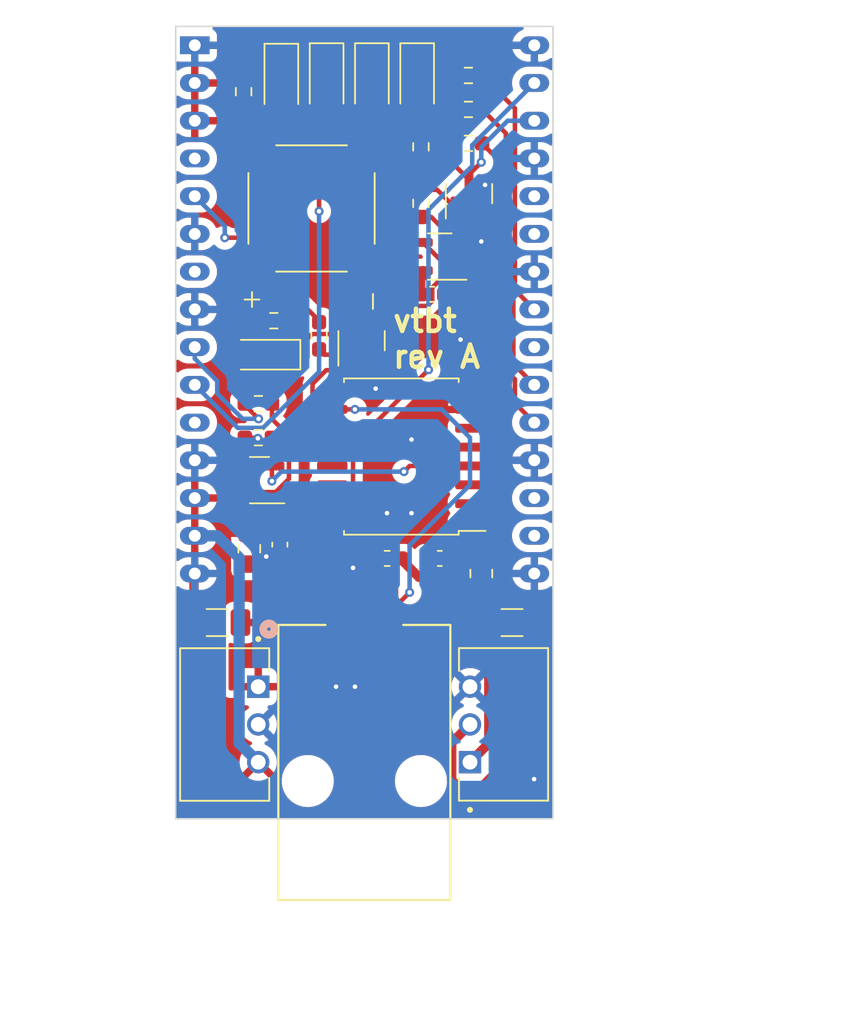
<source format=kicad_pcb>
(kicad_pcb (version 20240108) (generator "pcbnew") (generator_version "8.0")
  (layers (0 "F.Cu" signal) (31 "B.Cu" signal) (34 "B.Paste" user) (35 "F.Paste" user) (36 "B.SilkS" user "B.Silkscreen") (37 "F.SilkS" user "F.Silkscreen") (38 "B.Mask" user) (39 "F.Mask" user) (44 "Edge.Cuts" user))
  (net 0 "")
  (net 1 "Net-(Q3-B)")
  (net 4 "/RS_423_TX")
  (net 6 "Net-(Q1-B)")
  (net 12 "Net-(Q1-E)")
  (net 13 "/TX_ENABLE")
  (net 16 "/TTL_TX")
  (net 19 "+3.3V")
  (net 22 "/RS_423_RX")
  (net 23 "/TTL_RX")
  (net 28 "Net-(D1-K)")
  (net 30 "Net-(D1-A)")
  (net 31 "Net-(Q2-B)")
  (net 32 "/BEEPER")
  (net 33 "/LED0")
  (net 34 "/LED1")
  (net 35 "Net-(PS2-VIN)")
  (net 36 "GND")
  (net 37 "-5V")
  (net 38 "Net-(U3-ROUT)")
  (net 39 "+5V")
  (net 40 "+12V")
  (net 41 "/LED2")
  (net 42 "/LED3")
  (net 43 "Net-(LED0-A)")
  (net 44 "Net-(LED1-A)")
  (net 45 "Net-(LED2-A)")
  (net 46 "Net-(LED3-A)")
  (footprint "Capacitor_SMD:C_0805_2012Metric_Pad1.18x1.45mm_HandSolder" (layer "F.Cu") (at 60.833 158.3475 -90)
    (property "Reference" "C4" (hide yes))
    (property "Value" "22uF/10V")
    (fp_line (start -0.261252 0.735) (end 0.261252 0.735) (stroke (width 0.12)) (layer "F.SilkS"))
    (fp_line (start -0.261252 -0.735) (end 0.261252 -0.735) (stroke (width 0.12)) (layer "F.SilkS"))
    (pad "1" smd roundrect (at -1.0375 0 270) (size 1.175 1.45) (layers "F.Cu" "F.Paste" "F.Mask") (roundrect_rratio 0.212766) (net 39 "+5V"))
    (pad "2" smd roundrect (at 1.0375 0 270) (size 1.175 1.45) (layers "F.Cu" "F.Paste" "F.Mask") (roundrect_rratio 0.212766) (net 36 "GND"))
  )
  (footprint "Resistor_SMD:R_0603_1608Metric_Pad0.98x0.95mm_HandSolder" (layer "F.Cu") (at 61.4445 150.876 180)
    (property "Reference" "R2" (hide yes))
    (property "Value" "220K")
    (fp_line (start -0.254724 0.5225) (end 0.254724 0.5225) (stroke (width 0.12)) (layer "F.SilkS"))
    (fp_line (start -0.254724 -0.5225) (end 0.254724 -0.5225) (stroke (width 0.12)) (layer "F.SilkS"))
    (pad "1" smd roundrect (at -0.9125 0 180) (size 0.975 0.95) (layers "F.Cu" "F.Paste" "F.Mask") (net 12 "Net-(Q1-E)"))
    (pad "2" smd roundrect (at 0.9125 0 180) (size 0.975 0.95) (layers "F.Cu" "F.Paste" "F.Mask") (net 36 "GND"))
  )
  (footprint "Diode_SMD:D_SOD-123" (layer "F.Cu") (at 61.91 145.29025 180)
    (property "Reference" "D1" (hide yes))
    (property "Value" "1N4148")
    (fp_line (start -2.36 1) (end 1.65 1) (stroke (width 0.12)) (layer "F.SilkS"))
    (fp_line (start -2.36 -1) (end 1.65 -1) (stroke (width 0.12)) (layer "F.SilkS"))
    (fp_line (start -2.36 -1) (end -2.36 1) (stroke (width 0.12)) (layer "F.SilkS"))
    (pad "1" smd roundrect (at -1.65 0 180) (size 0.9 1.2) (layers "F.Cu" "F.Paste" "F.Mask") (net 28 "Net-(D1-K)"))
    (pad "2" smd roundrect (at 1.65 0 180) (size 0.9 1.2) (layers "F.Cu" "F.Paste" "F.Mask") (net 30 "Net-(D1-A)"))
  )
  (footprint "Capacitor_SMD:C_1206_3216Metric_Pad1.33x1.80mm_HandSolder" (layer "F.Cu") (at 78.5245 163.322)
    (property "Reference" "C1" (hide yes))
    (property "Value" "10uF/50V")
    (fp_line (start -0.711252 -0.91) (end 0.711252 -0.91) (stroke (width 0.12)) (layer "F.SilkS"))
    (fp_line (start -0.711252 0.91) (end 0.711252 0.91) (stroke (width 0.12)) (layer "F.SilkS"))
    (pad "1" smd roundrect (at -1.5625 0) (size 1.325 1.8) (layers "F.Cu" "F.Paste" "F.Mask") (roundrect_rratio 0.188679) (net 35 "Net-(PS2-VIN)"))
    (pad "2" smd roundrect (at 1.5625 0) (size 1.325 1.8) (layers "F.Cu" "F.Paste" "F.Mask") (roundrect_rratio 0.188679) (net 36 "GND"))
  )
  (footprint "Package_TO_SOT_SMD:SOT-23" (layer "F.Cu") (at 75.626 134.4445 90)
    (property "Reference" "Q3" (hide yes))
    (property "Value" "MMBT4401")
    (fp_line (start 0 -1.56) (end 0.65 -1.56) (stroke (width 0.12)) (layer "F.SilkS"))
    (fp_line (start 0 -1.56) (end -1.675 -1.56) (stroke (width 0.12)) (layer "F.SilkS"))
    (fp_line (start 0 1.56) (end 0.65 1.56) (stroke (width 0.12)) (layer "F.SilkS"))
    (fp_line (start 0 1.56) (end -0.65 1.56) (stroke (width 0.12)) (layer "F.SilkS"))
    (pad "1" smd roundrect (at -0.9375 -0.95 90) (size 1.475 0.6) (layers "F.Cu" "F.Paste" "F.Mask") (net 1 "Net-(Q3-B)"))
    (pad "2" smd roundrect (at -0.9375 0.95 90) (size 1.475 0.6) (layers "F.Cu" "F.Paste" "F.Mask") (net 36 "GND"))
    (pad "3" smd roundrect (at 0.9375 0 90) (size 1.475 0.6) (layers "F.Cu" "F.Paste" "F.Mask") (net 23 "/TTL_RX"))
  )
  (footprint "Resistor_SMD:R_0603_1608Metric_Pad0.98x0.95mm_HandSolder" (layer "F.Cu") (at 72.39 135.1045 90)
    (property "Reference" "R10" (hide yes))
    (property "Value" "10K")
    (fp_line (start -0.254724 -0.5225) (end 0.254724 -0.5225) (stroke (width 0.12)) (layer "F.SilkS"))
    (fp_line (start -0.254724 0.5225) (end 0.254724 0.5225) (stroke (width 0.12)) (layer "F.SilkS"))
    (pad "1" smd roundrect (at -0.9125 0 90) (size 0.975 0.95) (layers "F.Cu" "F.Paste" "F.Mask") (net 38 "Net-(U3-ROUT)"))
    (pad "2" smd roundrect (at 0.9125 0 90) (size 0.975 0.95) (layers "F.Cu" "F.Paste" "F.Mask") (net 1 "Net-(Q3-B)"))
  )
  (footprint "LED_SMD:LED_1206_3216Metric_Pad1.42x1.75mm_HandSolder" (layer "F.Cu") (at 62.992 126.819 -90)
    (property "Reference" "LED0" (hide yes))
    (property "Value" "LED")
    (fp_line (start -2.46 1.135) (end 1.6 1.135) (stroke (width 0.12)) (layer "F.SilkS"))
    (fp_line (start -2.46 -1.135) (end -2.46 1.135) (stroke (width 0.12)) (layer "F.SilkS"))
    (fp_line (start 1.6 -1.135) (end -2.46 -1.135) (stroke (width 0.12)) (layer "F.SilkS"))
    (pad "1" smd roundrect (at -1.4875 0 270) (size 1.425 1.75) (layers "F.Cu" "F.Paste" "F.Mask") (roundrect_rratio 0.175439) (net 36 "GND"))
    (pad "2" smd roundrect (at 1.4875 0 270) (size 1.425 1.75) (layers "F.Cu" "F.Paste" "F.Mask") (roundrect_rratio 0.175439) (net 43 "Net-(LED0-A)"))
  )
  (footprint "Capacitor_SMD:C_0603_1608Metric" (layer "F.Cu") (at 73.152 141.224 180)
    (property "Reference" "C7" (hide yes))
    (property "Value" "0.1uF/10V")
    (fp_line (start -0.14058 0.51) (end 0.14058 0.51) (stroke (width 0.12)) (layer "F.SilkS"))
    (fp_line (start -0.14058 -0.51) (end 0.14058 -0.51) (stroke (width 0.12)) (layer "F.SilkS"))
    (pad "1" smd roundrect (at -0.775 0 180) (size 0.9 0.95) (layers "F.Cu" "F.Paste" "F.Mask") (net 36 "GND"))
    (pad "2" smd roundrect (at 0.775 0 180) (size 0.9 0.95) (layers "F.Cu" "F.Paste" "F.Mask") (net 19 "+3.3V"))
  )
  (footprint "Package_SO:SOIC-16W_7.5x10.3mm_P1.27mm" (layer "F.Cu") (at 71.071 152.146 180)
    (property "Reference" "U2" (hide yes))
    (property "Value" "LT1032CSW-PBF")
    (fp_line (start 3.86 5.26) (end 3.86 5.005) (stroke (width 0.12)) (layer "F.SilkS"))
    (fp_line (start 3.86 -5.26) (end 3.86 -5.005) (stroke (width 0.12)) (layer "F.SilkS"))
    (fp_line (start 0 5.26) (end 3.86 5.26) (stroke (width 0.12)) (layer "F.SilkS"))
    (fp_line (start 0 5.26) (end -3.86 5.26) (stroke (width 0.12)) (layer "F.SilkS"))
    (fp_line (start 0 -5.26) (end 3.86 -5.26) (stroke (width 0.12)) (layer "F.SilkS"))
    (fp_line (start 0 -5.26) (end -3.86 -5.26) (stroke (width 0.12)) (layer "F.SilkS"))
    (fp_line (start -3.86 5.26) (end -3.86 5.005) (stroke (width 0.12)) (layer "F.SilkS"))
    (fp_line (start -3.86 -5.005) (end -5.675 -5.005) (stroke (width 0.12)) (layer "F.SilkS"))
    (fp_line (start -3.86 -5.26) (end -3.86 -5.005) (stroke (width 0.12)) (layer "F.SilkS"))
    (pad "1" smd roundrect (at -4.65 -4.445 180) (size 2.05 0.6) (layers "F.Cu" "F.Paste" "F.Mask") (net 37 "-5V"))
    (pad "2" smd roundrect (at -4.65 -3.175 180) (size 2.05 0.6) (layers "F.Cu" "F.Paste" "F.Mask"))
    (pad "3" smd roundrect (at -4.65 -1.905 180) (size 2.05 0.6) (layers "F.Cu" "F.Paste" "F.Mask"))
    (pad "4" smd roundrect (at -4.65 -0.635 180) (size 2.05 0.6) (layers "F.Cu" "F.Paste" "F.Mask") (net 12 "Net-(Q1-E)"))
    (pad "5" smd roundrect (at -4.65 0.635 180) (size 2.05 0.6) (layers "F.Cu" "F.Paste" "F.Mask"))
    (pad "6" smd roundrect (at -4.65 1.905 180) (size 2.05 0.6) (layers "F.Cu" "F.Paste" "F.Mask"))
    (pad "7" smd roundrect (at -4.65 3.175 180) (size 2.05 0.6) (layers "F.Cu" "F.Paste" "F.Mask") (net 36 "GND"))
    (pad "8" smd roundrect (at -4.65 4.445 180) (size 2.05 0.6) (layers "F.Cu" "F.Paste" "F.Mask"))
    (pad "9" smd roundrect (at 4.65 4.445 180) (size 2.05 0.6) (layers "F.Cu" "F.Paste" "F.Mask"))
    (pad "10" smd roundrect (at 4.65 3.175 180) (size 2.05 0.6) (layers "F.Cu" "F.Paste" "F.Mask") (net 4 "/RS_423_TX"))
    (pad "11" smd roundrect (at 4.65 1.905 180) (size 2.05 0.6) (layers "F.Cu" "F.Paste" "F.Mask") (net 16 "/TTL_TX"))
    (pad "12" smd roundrect (at 4.65 0.635 180) (size 2.05 0.6) (layers "F.Cu" "F.Paste" "F.Mask"))
    (pad "13" smd roundrect (at 4.65 -0.635 180) (size 2.05 0.6) (layers "F.Cu" "F.Paste" "F.Mask"))
    (pad "14" smd roundrect (at 4.65 -1.905 180) (size 2.05 0.6) (layers "F.Cu" "F.Paste" "F.Mask"))
    (pad "15" smd roundrect (at 4.65 -3.175 180) (size 2.05 0.6) (layers "F.Cu" "F.Paste" "F.Mask"))
    (pad "16" smd roundrect (at 4.65 -4.445 180) (size 2.05 0.6) (layers "F.Cu" "F.Paste" "F.Mask") (net 39 "+5V"))
  )
  (footprint "Capacitor_SMD:C_1206_3216Metric_Pad1.33x1.80mm_HandSolder" (layer "F.Cu") (at 58.674 163.322 180)
    (property "Reference" "C3" (hide yes))
    (property "Value" "10uF/50V")
    (fp_line (start -0.711252 0.91) (end 0.711252 0.91) (stroke (width 0.12)) (layer "F.SilkS"))
    (fp_line (start -0.711252 -0.91) (end 0.711252 -0.91) (stroke (width 0.12)) (layer "F.SilkS"))
    (pad "1" smd roundrect (at -1.5625 0 180) (size 1.325 1.8) (layers "F.Cu" "F.Paste" "F.Mask") (roundrect_rratio 0.188679) (net 40 "+12V"))
    (pad "2" smd roundrect (at 1.5625 0 180) (size 1.325 1.8) (layers "F.Cu" "F.Paste" "F.Mask") (roundrect_rratio 0.188679) (net 36 "GND"))
  )
  (footprint "Connector_PinSocket_2.54mm:PinSocket_1x15_P2.54mm_Vertical" (layer "F.Cu") (at 80.035 124.49)
    (property "Reference" "REF**" (hide yes))
    (property "Value" "PinSocket_1x15_P2.54mm_Vertical")
  )
  (footprint "LED_SMD:LED_1206_3216Metric_Pad1.42x1.75mm_HandSolder" (layer "F.Cu") (at 72.136 126.7825 -90)
    (property "Reference" "LED3" (hide yes))
    (property "Value" "LED")
    (fp_line (start -2.46 1.135) (end 1.6 1.135) (stroke (width 0.12)) (layer "F.SilkS"))
    (fp_line (start -2.46 -1.135) (end -2.46 1.135) (stroke (width 0.12)) (layer "F.SilkS"))
    (fp_line (start 1.6 -1.135) (end -2.46 -1.135) (stroke (width 0.12)) (layer "F.SilkS"))
    (pad "1" smd roundrect (at -1.4875 0 270) (size 1.425 1.75) (layers "F.Cu" "F.Paste" "F.Mask") (roundrect_rratio 0.175439) (net 36 "GND"))
    (pad "2" smd roundrect (at 1.4875 0 270) (size 1.425 1.75) (layers "F.Cu" "F.Paste" "F.Mask") (roundrect_rratio 0.175439) (net 46 "Net-(LED3-A)"))
  )
  (footprint "Resistor_SMD:R_0603_1608Metric_Pad0.98x0.95mm_HandSolder" (layer "F.Cu") (at 65.532 144.018 -90)
    (property "Reference" "R4" (hide yes))
    (property "Value" "820")
    (fp_line (start -0.254724 0.5225) (end 0.254724 0.5225) (stroke (width 0.12)) (layer "F.SilkS"))
    (fp_line (start -0.254724 -0.5225) (end 0.254724 -0.5225) (stroke (width 0.12)) (layer "F.SilkS"))
    (pad "1" smd roundrect (at -0.9125 0 270) (size 0.975 0.95) (layers "F.Cu" "F.Paste" "F.Mask") (net 32 "/BEEPER"))
    (pad "2" smd roundrect (at 0.9125 0 270) (size 0.975 0.95) (layers "F.Cu" "F.Paste" "F.Mask") (net 31 "Net-(Q2-B)"))
  )
  (footprint "PXO7805_500_S:CONV_PXO7805-500-S" (layer "F.Cu") (at 61.435 167.64 -90)
    (property "Reference" "PS1" (hide yes))
    (property "Value" "PXO7805-500-S")
    (fp_line (start -2.59 5.26) (end -2.59 -0.74) (stroke (width 0.127)) (layer "F.SilkS"))
    (fp_line (start 7.68 5.26) (end -2.59 5.26) (stroke (width 0.127)) (layer "F.SilkS"))
    (fp_line (start -2.59 -0.74) (end -1.0675 -0.74) (stroke (width 0.127)) (layer "F.SilkS"))
    (fp_line (start 6.1475 -0.74) (end 7.68 -0.74) (stroke (width 0.127)) (layer "F.SilkS"))
    (fp_line (start 7.68 -0.74) (end 7.68 5.26) (stroke (width 0.127)) (layer "F.SilkS"))
    (fp_circle (center -3.21 0) (end -3.11 0) (stroke (width 0.2)) (fill none) (layer "F.SilkS"))
    (pad "1" thru_hole rect (at 0 0 270) (size 1.508 1.508) (drill 1) (layers "*.Cu" "*.Mask") (net 40 "+12V"))
    (pad "2" thru_hole circle (at 2.54 0 270) (size 1.508 1.508) (drill 1) (layers "*.Cu" "*.Mask") (net 36 "GND"))
    (pad "3" thru_hole circle (at 5.08 0 270) (size 1.508 1.508) (drill 1) (layers "*.Cu" "*.Mask") (net 39 "+5V"))
  )
  (footprint "Resistor_SMD:R_0603_1608Metric_Pad0.98x0.95mm_HandSolder" (layer "F.Cu") (at 60.452 127.581 90)
    (property "Reference" "R5" (hide yes))
    (property "Value" "R")
    (fp_line (start -0.254724 -0.5225) (end 0.254724 -0.5225) (stroke (width 0.12)) (layer "F.SilkS"))
    (fp_line (start -0.254724 0.5225) (end 0.254724 0.5225) (stroke (width 0.12)) (layer "F.SilkS"))
    (pad "1" smd roundrect (at -0.9125 0 90) (size 0.975 0.95) (layers "F.Cu" "F.Paste" "F.Mask") (net 33 "/LED0"))
    (pad "2" smd roundrect (at 0.9125 0 90) (size 0.975 0.95) (layers "F.Cu" "F.Paste" "F.Mask") (net 43 "Net-(LED0-A)"))
  )
  (footprint "Resistor_SMD:R_0603_1608Metric_Pad0.98x0.95mm_HandSolder" (layer "F.Cu") (at 61.4445 148.59)
    (property "Reference" "R1" (hide yes))
    (property "Value" "1M")
    (fp_line (start -0.254724 -0.5225) (end 0.254724 -0.5225) (stroke (width 0.12)) (layer "F.SilkS"))
    (fp_line (start -0.254724 0.5225) (end 0.254724 0.5225) (stroke (width 0.12)) (layer "F.SilkS"))
    (pad "1" smd roundrect (at -0.9125 0) (size 0.975 0.95) (layers "F.Cu" "F.Paste" "F.Mask") (net 13 "/TX_ENABLE"))
    (pad "2" smd roundrect (at 0.9125 0) (size 0.975 0.95) (layers "F.Cu" "F.Paste" "F.Mask") (net 6 "Net-(Q1-B)"))
  )
  (footprint "PXO7805_500_S:CONV_PXO7805-500-S" (layer "F.Cu") (at 75.692 172.72 90)
    (property "Reference" "PS2" (hide yes))
    (property "Value" "PXO7805-500-S")
    (fp_line (start 7.68 -0.74) (end 7.68 5.26) (stroke (width 0.127)) (layer "F.SilkS"))
    (fp_line (start 6.1475 -0.74) (end 7.68 -0.74) (stroke (width 0.127)) (layer "F.SilkS"))
    (fp_line (start -2.59 -0.74) (end -1.0675 -0.74) (stroke (width 0.127)) (layer "F.SilkS"))
    (fp_line (start 7.68 5.26) (end -2.59 5.26) (stroke (width 0.127)) (layer "F.SilkS"))
    (fp_line (start -2.59 5.26) (end -2.59 -0.74) (stroke (width 0.127)) (layer "F.SilkS"))
    (fp_circle (center -3.21 0) (end -3.11 0) (stroke (width 0.2)) (fill none) (layer "F.SilkS"))
    (pad "1" thru_hole rect (at 0 0 90) (size 1.508 1.508) (drill 1) (layers "*.Cu" "*.Mask") (net 35 "Net-(PS2-VIN)"))
    (pad "2" thru_hole circle (at 2.54 0 90) (size 1.508 1.508) (drill 1) (layers "*.Cu" "*.Mask") (net 37 "-5V"))
    (pad "3" thru_hole circle (at 5.08 0 90) (size 1.508 1.508) (drill 1) (layers "*.Cu" "*.Mask") (net 36 "GND"))
  )
  (footprint "955016449:CONN_95501-6449_MOL" (layer "F.Cu") (at 68.58 172.738699 180)
    (property "Reference" "J1" (hide yes))
    (property "Value" "955016449")
    (fp_circle (center 6.4262 8.9737) (end 6.8072 8.9737) (stroke (width 0.508)) (fill none) (layer "B.SilkS"))
    (fp_line (start 5.7912 9.2583) (end 5.7912 -9.2583) (stroke (width 0.1524)) (layer "F.SilkS"))
    (fp_line (start 5.7912 -9.2583) (end -5.7912 -9.2583) (stroke (width 0.1524)) (layer "F.SilkS"))
    (fp_line (start 2.61874 9.2583) (end 5.7912 9.2583) (stroke (width 0.1524)) (layer "F.SilkS"))
    (fp_line (start -5.7912 9.2583) (end -2.61874 9.2583) (stroke (width 0.1524)) (layer "F.SilkS"))
    (fp_line (start -5.7912 -9.2583) (end -5.7912 9.2583) (stroke (width 0.1524)) (layer "F.SilkS"))
    (fp_circle (center 6.4262 8.9737) (end 6.8072 8.9737) (stroke (width 0.508)) (fill none) (layer "F.SilkS"))
    (pad "" np_thru_hole circle (at -3.81 -1.251301 270) (size 3.2512 3.2512) (drill 3.2512) (layers "*.Cu" "*.Mask"))
    (pad "" np_thru_hole circle (at 3.81 -1.251301 270) (size 3.2512 3.2512) (drill 3.2512) (layers "*.Cu" "*.Mask"))
    (pad "1" smd rect (at 1.905 8.9737 180) (size 0.762 6.35) (layers "F.Cu" "F.Paste" "F.Mask") (net 22 "/RS_423_RX"))
    (pad "2" smd rect (at 0.635 8.9737 180) (size 0.762 6.35) (layers "F.Cu" "F.Paste" "F.Mask") (net 36 "GND"))
    (pad "3" smd rect (at -0.635 8.9737 180) (size 0.762 6.35) (layers "F.Cu" "F.Paste" "F.Mask") (net 40 "+12V"))
    (pad "4" smd rect (at -1.905 8.9737 180) (size 0.762 6.35) (layers "F.Cu" "F.Paste" "F.Mask") (net 4 "/RS_423_TX"))
  )
  (footprint "LED_SMD:LED_1206_3216Metric_Pad1.42x1.75mm_HandSolder" (layer "F.Cu") (at 69.088 126.7825 -90)
    (property "Reference" "LED2" (hide yes))
    (property "Value" "LED")
    (fp_line (start -2.46 1.135) (end 1.6 1.135) (stroke (width 0.12)) (layer "F.SilkS"))
    (fp_line (start -2.46 -1.135) (end -2.46 1.135) (stroke (width 0.12)) (layer "F.SilkS"))
    (fp_line (start 1.6 -1.135) (end -2.46 -1.135) (stroke (width 0.12)) (layer "F.SilkS"))
    (pad "1" smd roundrect (at -1.4875 0 270) (size 1.425 1.75) (layers "F.Cu" "F.Paste" "F.Mask") (roundrect_rratio 0.175439) (net 36 "GND"))
    (pad "2" smd roundrect (at 1.4875 0 270) (size 1.425 1.75) (layers "F.Cu" "F.Paste" "F.Mask") (roundrect_rratio 0.175439) (net 45 "Net-(LED2-A)"))
  )
  (footprint "Capacitor_SMD:C_0603_1608Metric" (layer "F.Cu") (at 62.8904 158.0766 90)
    (property "Reference" "C6" (hide yes))
    (property "Value" "0.1uF/15V")
    (fp_line (start -0.14058 -0.51) (end 0.14058 -0.51) (stroke (width 0.12)) (layer "F.SilkS"))
    (fp_line (start -0.14058 0.51) (end 0.14058 0.51) (stroke (width 0.12)) (layer "F.SilkS"))
    (pad "1" smd roundrect (at -0.775 0 90) (size 0.9 0.95) (layers "F.Cu" "F.Paste" "F.Mask") (net 36 "GND"))
    (pad "2" smd roundrect (at 0.775 0 90) (size 0.9 0.95) (layers "F.Cu" "F.Paste" "F.Mask") (net 39 "+5V"))
  )
  (footprint "ESP32-C3-DevKitM-1_minimal:ESP32-C3-DevKitM-1_minimal" (layer "F.Cu") (at 57.162 124.46)
    (property "Reference" "U1" (hide yes))
    (property "Value" "ESP32-C3-DevKitM-1" (hide yes))
    (pad "1" thru_hole rect (at 0 0 270) (size 1.2 2) (drill 0.8) (layers "*.Cu" "*.Mask") (net 36 "GND"))
    (pad "2" thru_hole oval (at 0 2.54 270) (size 1.2 2) (drill 0.8) (layers "*.Cu" "*.Mask") (net 19 "+3.3V"))
    (pad "3" thru_hole oval (at 0 5.08 270) (size 1.2 2) (drill 0.8) (layers "*.Cu" "*.Mask") (net 19 "+3.3V"))
    (pad "4" thru_hole oval (at 0 7.62 270) (size 1.2 2) (drill 0.8) (layers "*.Cu" "*.Mask"))
    (pad "5" thru_hole oval (at 0 10.16 270) (size 1.2 2) (drill 0.8) (layers "*.Cu" "*.Mask") (net 32 "/BEEPER"))
    (pad "6" thru_hole oval (at 0 12.7 270) (size 1.2 2) (drill 0.8) (layers "*.Cu" "*.Mask") (net 36 "GND"))
    (pad "7" thru_hole oval (at 0 15.24 270) (size 1.2 2) (drill 0.8) (layers "*.Cu" "*.Mask"))
    (pad "8" thru_hole oval (at 0 17.78 270) (size 1.2 2) (drill 0.8) (layers "*.Cu" "*.Mask") (net 36 "GND"))
    (pad "9" thru_hole oval (at 0 20.32 270) (size 1.2 2) (drill 0.8) (layers "*.Cu" "*.Mask") (net 13 "/TX_ENABLE"))
    (pad "10" thru_hole oval (at 0 22.86 270) (size 1.2 2) (drill 0.8) (layers "*.Cu" "*.Mask") (net 33 "/LED0"))
    (pad "11" thru_hole oval (at 0 25.4 270) (size 1.2 2) (drill 0.8) (layers "*.Cu" "*.Mask"))
    (pad "12" thru_hole oval (at 0 27.94 270) (size 1.2 2) (drill 0.8) (layers "*.Cu" "*.Mask") (net 36 "GND"))
    (pad "13" thru_hole oval (at 0 30.48 270) (size 1.2 2) (drill 0.8) (layers "*.Cu" "*.Mask") (net 39 "+5V"))
    (pad "14" thru_hole oval (at 0 33.02 270) (size 1.2 2) (drill 0.8) (layers "*.Cu" "*.Mask") (net 39 "+5V"))
    (pad "15" thru_hole oval (at 0 35.56 270) (size 1.2 2) (drill 0.8) (layers "*.Cu" "*.Mask") (net 36 "GND"))
    (pad "16" thru_hole oval (at 22.86 35.56 270) (size 1.2 2) (drill 0.8) (layers "*.Cu" "*.Mask") (net 36 "GND"))
    (pad "17" thru_hole oval (at 22.86 33.02 270) (size 1.2 2) (drill 0.8) (layers "*.Cu" "*.Mask"))
    (pad "18" thru_hole oval (at 22.86 30.48 270) (size 1.2 2) (drill 0.8) (layers "*.Cu" "*.Mask"))
    (pad "19" thru_hole oval (at 22.86 27.94 270) (size 1.2 2) (drill 0.8) (layers "*.Cu" "*.Mask") (net 36 "GND"))
    (pad "20" thru_hole oval (at 22.86 25.4 270) (size 1.2 2) (drill 0.8) (layers "*.Cu" "*.Mask") (net 42 "/LED3"))
    (pad "21" thru_hole oval (at 22.86 22.86 270) (size 1.2 2) (drill 0.8) (layers "*.Cu" "*.Mask") (net 41 "/LED2"))
    (pad "22" thru_hole oval (at 22.86 20.32 270) (size 1.2 2) (drill 0.8) (layers "*.Cu" "*.Mask"))
    (pad "23" thru_hole oval (at 22.86 17.78 270) (size 1.2 2) (drill 0.8) (layers "*.Cu" "*.Mask") (net 34 "/LED1"))
    (pad "24" thru_hole oval (at 22.86 15.24 270) (size 1.2 2) (drill 0.8) (layers "*.Cu" "*.Mask") (net 36 "GND"))
    (pad "25" thru_hole oval (at 22.86 12.7 270) (size 1.2 2) (drill 0.8) (layers "*.Cu" "*.Mask"))
    (pad "26" thru_hole oval (at 22.86 10.16 270) (size 1.2 2) (drill 0.8) (layers "*.Cu" "*.Mask"))
    (pad "27" thru_hole oval (at 22.86 7.62 270) (size 1.2 2) (drill 0.8) (layers "*.Cu" "*.Mask") (net 36 "GND"))
    (pad "28" thru_hole oval (at 22.86 5.08 270) (size 1.2 2) (drill 0.8) (layers "*.Cu" "*.Mask") (net 23 "/TTL_RX"))
    (pad "29" thru_hole oval (at 22.86 2.54 270) (size 1.2 2) (drill 0.8) (layers "*.Cu" "*.Mask") (net 16 "/TTL_TX"))
    (pad "30" thru_hole oval (at 22.86 0 270) (size 1.2 2) (drill 0.8) (layers "*.Cu" "*.Mask") (net 36 "GND"))
  )
  (footprint "Resistor_SMD:R_0603_1608Metric_Pad0.98x0.95mm_HandSolder" (layer "F.Cu") (at 62.484 143.002)
    (property "Reference" "R3" (hide yes))
    (property "Value" "100")
    (fp_line (start -0.254724 -0.5225) (end 0.254724 -0.5225) (stroke (width 0.12)) (layer "F.SilkS"))
    (fp_line (start -0.254724 0.5225) (end 0.254724 0.5225) (stroke (width 0.12)) (layer "F.SilkS"))
    (pad "1" smd roundrect (at -0.9125 0) (size 0.975 0.95) (layers "F.Cu" "F.Paste" "F.Mask") (net 39 "+5V"))
    (pad "2" smd roundrect (at 0.9125 0) (size 0.975 0.95) (layers "F.Cu" "F.Paste" "F.Mask") (net 28 "Net-(D1-K)"))
  )
  (footprint "Resistor_SMD:R_0603_1608Metric_Pad0.98x0.95mm_HandSolder" (layer "F.Cu") (at 72.39 131.2945 90)
    (property "Reference" "R9" (hide yes))
    (property "Value" "1K")
    (fp_line (start -0.254724 -0.5225) (end 0.254724 -0.5225) (stroke (width 0.12)) (layer "F.SilkS"))
    (fp_line (start -0.254724 0.5225) (end 0.254724 0.5225) (stroke (width 0.12)) (layer "F.SilkS"))
    (pad "1" smd roundrect (at -0.9125 0 90) (size 0.975 0.95) (layers "F.Cu" "F.Paste" "F.Mask") (net 23 "/TTL_RX"))
    (pad "2" smd roundrect (at 0.9125 0 90) (size 0.975 0.95) (layers "F.Cu" "F.Paste" "F.Mask") (net 19 "+3.3V"))
  )
  (footprint "Resistor_SMD:R_0603_1608Metric_Pad0.98x0.95mm_HandSolder" (layer "F.Cu") (at 75.5885 126.492 180)
    (property "Reference" "R8" (hide yes))
    (property "Value" "R")
    (fp_line (start -0.254724 0.5225) (end 0.254724 0.5225) (stroke (width 0.12)) (layer "F.SilkS"))
    (fp_line (start -0.254724 -0.5225) (end 0.254724 -0.5225) (stroke (width 0.12)) (layer "F.SilkS"))
    (pad "1" smd roundrect (at -0.9125 0 180) (size 0.975 0.95) (layers "F.Cu" "F.Paste" "F.Mask") (net 34 "/LED1"))
    (pad "2" smd roundrect (at 0.9125 0 180) (size 0.975 0.95) (layers "F.Cu" "F.Paste" "F.Mask") (net 44 "Net-(LED1-A)"))
  )
  (footprint "SMT_0820_S_R:XDCR_SMT-0820-S-R" (layer "F.Cu") (at 65.024 135.44575 90)
    (property "Reference" "LS1" (hide yes))
    (property "Value" "SMT-0820-S-R")
    (fp_line (start -6.131 -4.508) (end -6.131 -3.508) (stroke (width 0.127)) (layer "F.SilkS"))
    (fp_line (start -2.38 -4.25) (end 2.38 -4.25) (stroke (width 0.127)) (layer "F.SilkS"))
    (fp_line (start -6.631 -4.008) (end -5.631 -4.008) (stroke (width 0.127)) (layer "F.SilkS"))
    (fp_line (start 4.25 -2.38) (end 4.25 2.38) (stroke (width 0.127)) (layer "F.SilkS"))
    (fp_line (start -4.25 -2.38) (end -4.25 2.38) (stroke (width 0.127)) (layer "F.SilkS"))
    (fp_line (start -6.758 4.135) (end -5.758 4.135) (stroke (width 0.127)) (layer "F.SilkS"))
    (fp_line (start -2.38 4.25) (end 2.38 4.25) (stroke (width 0.127)) (layer "F.SilkS"))
    (pad "3" smd rect (at 3.95 3.95 90) (size 2.4 2.4) (layers "F.Cu" "F.Paste" "F.Mask"))
    (pad "4" smd rect (at 3.95 -3.95 90) (size 2.4 2.4) (layers "F.Cu" "F.Paste" "F.Mask"))
    (pad "N" smd rect (at -3.95 3.95 90) (size 2.4 2.4) (layers "F.Cu" "F.Paste" "F.Mask") (net 30 "Net-(D1-A)"))
    (pad "P" smd rect (at -3.95 -3.95 90) (size 2.4 2.4) (layers "F.Cu" "F.Paste" "F.Mask") (net 28 "Net-(D1-K)"))
  )
  (footprint "Package_TO_SOT_SMD:SOT-23" (layer "F.Cu") (at 68.392 144.3505 90)
    (property "Reference" "Q2" (hide yes))
    (property "Value" "MMBT4401")
    (fp_line (start 0 -1.56) (end 0.65 -1.56) (stroke (width 0.12)) (layer "F.SilkS"))
    (fp_line (start 0 -1.56) (end -1.675 -1.56) (stroke (width 0.12)) (layer "F.SilkS"))
    (fp_line (start 0 1.56) (end 0.65 1.56) (stroke (width 0.12)) (layer "F.SilkS"))
    (fp_line (start 0 1.56) (end -0.65 1.56) (stroke (width 0.12)) (layer "F.SilkS"))
    (pad "1" smd roundrect (at -0.9375 -0.95 90) (size 1.475 0.6) (layers "F.Cu" "F.Paste" "F.Mask") (net 31 "Net-(Q2-B)"))
    (pad "2" smd roundrect (at -0.9375 0.95 90) (size 1.475 0.6) (layers "F.Cu" "F.Paste" "F.Mask") (net 36 "GND"))
    (pad "3" smd roundrect (at 0.9375 0 90) (size 1.475 0.6) (layers "F.Cu" "F.Paste" "F.Mask") (net 30 "Net-(D1-A)"))
  )
  (footprint "Package_TO_SOT_SMD:SOT-23-5" (layer "F.Cu") (at 73.66 138.684 180)
    (property "Reference" "U3" (hide yes))
    (property "Value" "MAX3183EEUK+T")
    (fp_line (start 0 1.56) (end 0.8 1.56) (stroke (width 0.12)) (layer "F.SilkS"))
    (fp_line (start 0 1.56) (end -0.8 1.56) (stroke (width 0.12)) (layer "F.SilkS"))
    (fp_line (start 0 -1.56) (end 0.8 -1.56) (stroke (width 0.12)) (layer "F.SilkS"))
    (fp_line (start 0 -1.56) (end -1.8 -1.56) (stroke (width 0.12)) (layer "F.SilkS"))
    (pad "1" smd roundrect (at -1.1375 -0.95 180) (size 1.325 0.6) (layers "F.Cu" "F.Paste" "F.Mask"))
    (pad "2" smd roundrect (at -1.1375 0 180) (size 1.325 0.6) (layers "F.Cu" "F.Paste" "F.Mask") (net 36 "GND"))
    (pad "3" smd roundrect (at -1.1375 0.95 180) (size 1.325 0.6) (layers "F.Cu" "F.Paste" "F.Mask") (net 38 "Net-(U3-ROUT)"))
    (pad "4" smd roundrect (at 1.1375 0.95 180) (size 1.325 0.6) (layers "F.Cu" "F.Paste" "F.Mask") (net 22 "/RS_423_RX"))
    (pad "5" smd roundrect (at 1.1375 -0.95 180) (size 1.325 0.6) (layers "F.Cu" "F.Paste" "F.Mask") (net 19 "+3.3V"))
  )
  (footprint "Resistor_SMD:R_0603_1608Metric_Pad0.98x0.95mm_HandSolder" (layer "F.Cu") (at 75.5885 131.064 180)
    (property "Reference" "R6" (hide yes))
    (property "Value" "R")
    (fp_line (start -0.254724 0.5225) (end 0.254724 0.5225) (stroke (width 0.12)) (layer "F.SilkS"))
    (fp_line (start -0.254724 -0.5225) (end 0.254724 -0.5225) (stroke (width 0.12)) (layer "F.SilkS"))
    (pad "1" smd roundrect (at -0.9125 0 180) (size 0.975 0.95) (layers "F.Cu" "F.Paste" "F.Mask") (net 42 "/LED3"))
    (pad "2" smd roundrect (at 0.9125 0 180) (size 0.975 0.95) (layers "F.Cu" "F.Paste" "F.Mask") (net 46 "Net-(LED3-A)"))
  )
  (footprint "Connector_PinSocket_2.54mm:PinSocket_1x15_P2.54mm_Vertical" (layer "F.Cu") (at 57.15 124.46)
    (property "Reference" "REF**" (hide yes))
    (property "Value" "PinSocket_1x15_P2.54mm_Vertical")
  )
  (footprint "LED_SMD:LED_1206_3216Metric_Pad1.42x1.75mm_HandSolder" (layer "F.Cu") (at 66.04 126.7825 -90)
    (property "Reference" "LED1" (hide yes))
    (property "Value" "LED")
    (fp_line (start -2.46 1.135) (end 1.6 1.135) (stroke (width 0.12)) (layer "F.SilkS"))
    (fp_line (start -2.46 -1.135) (end -2.46 1.135) (stroke (width 0.12)) (layer "F.SilkS"))
    (fp_line (start 1.6 -1.135) (end -2.46 -1.135) (stroke (width 0.12)) (layer "F.SilkS"))
    (pad "1" smd roundrect (at -1.4875 0 270) (size 1.425 1.75) (layers "F.Cu" "F.Paste" "F.Mask") (roundrect_rratio 0.175439) (net 36 "GND"))
    (pad "2" smd roundrect (at 1.4875 0 270) (size 1.425 1.75) (layers "F.Cu" "F.Paste" "F.Mask") (roundrect_rratio 0.175439) (net 44 "Net-(LED1-A)"))
  )
  (footprint "Capacitor_SMD:C_0603_1608Metric" (layer "F.Cu") (at 73.66 159.004)
    (property "Reference" "C5" (hide yes))
    (property "Value" "0.1uF/15V")
    (fp_line (start -0.14058 -0.51) (end 0.14058 -0.51) (stroke (width 0.12)) (layer "F.SilkS"))
    (fp_line (start -0.14058 0.51) (end 0.14058 0.51) (stroke (width 0.12)) (layer "F.SilkS"))
    (pad "1" smd roundrect (at -0.775 0) (size 0.9 0.95) (layers "F.Cu" "F.Paste" "F.Mask") (net 36 "GND"))
    (pad "2" smd roundrect (at 0.775 0) (size 0.9 0.95) (layers "F.Cu" "F.Paste" "F.Mask") (net 37 "-5V"))
  )
  (footprint "Capacitor_SMD:C_0805_2012Metric_Pad1.18x1.45mm_HandSolder" (layer "F.Cu") (at 76.454 160.02 90)
    (property "Reference" "C2" (hide yes))
    (property "Value" "22uF/10V")
    (fp_line (start -0.261252 -0.735) (end 0.261252 -0.735) (stroke (width 0.12)) (layer "F.SilkS"))
    (fp_line (start -0.261252 0.735) (end 0.261252 0.735) (stroke (width 0.12)) (layer "F.SilkS"))
    (pad "1" smd roundrect (at -1.0375 0 90) (size 1.175 1.45) (layers "F.Cu" "F.Paste" "F.Mask") (roundrect_rratio 0.212766) (net 37 "-5V"))
    (pad "2" smd roundrect (at 1.0375 0 90) (size 1.175 1.45) (layers "F.Cu" "F.Paste" "F.Mask") (roundrect_rratio 0.212766) (net 36 "GND"))
  )
  (footprint "Package_TO_SOT_SMD:SOT-23" (layer "F.Cu") (at 61.523 153.736 180)
    (property "Reference" "Q1" (hide yes))
    (property "Value" "MMBT4401")
    (fp_line (start 0 1.56) (end 0.65 1.56) (stroke (width 0.12)) (layer "F.SilkS"))
    (fp_line (start 0 1.56) (end -0.65 1.56) (stroke (width 0.12)) (layer "F.SilkS"))
    (fp_line (start 0 -1.56) (end 0.65 -1.56) (stroke (width 0.12)) (layer "F.SilkS"))
    (fp_line (start 0 -1.56) (end -1.675 -1.56) (stroke (width 0.12)) (layer "F.SilkS"))
    (pad "1" smd roundrect (at -0.9375 -0.95 180) (size 1.475 0.6) (layers "F.Cu" "F.Paste" "F.Mask") (net 6 "Net-(Q1-B)"))
    (pad "2" smd roundrect (at -0.9375 0.95 180) (size 1.475 0.6) (layers "F.Cu" "F.Paste" "F.Mask") (net 12 "Net-(Q1-E)"))
    (pad "3" smd roundrect (at 0.9375 0 180) (size 1.475 0.6) (layers "F.Cu" "F.Paste" "F.Mask") (net 39 "+5V"))
  )
  (footprint "Resistor_SMD:R_0603_1608Metric_Pad0.98x0.95mm_HandSolder" (layer "F.Cu") (at 75.5885 128.778 180)
    (property "Reference" "R7" (hide yes))
    (property "Value" "R")
    (fp_line (start -0.254724 0.5225) (end 0.254724 0.5225) (stroke (width 0.12)) (layer "F.SilkS"))
    (fp_line (start -0.254724 -0.5225) (end 0.254724 -0.5225) (stroke (width 0.12)) (layer "F.SilkS"))
    (pad "1" smd roundrect (at -0.9125 0 180) (size 0.975 0.95) (layers "F.Cu" "F.Paste" "F.Mask") (net 41 "/LED2"))
    (pad "2" smd roundrect (at 0.9125 0 180) (size 0.975 0.95) (layers "F.Cu" "F.Paste" "F.Mask") (net 45 "Net-(LED2-A)"))
  )
  (footprint "Inductor_SMD:L_0603_1608Metric_Pad1.05x0.95mm_HandSolder" (layer "F.Cu") (at 70.118 159.004)
    (property "Reference" "L1" (hide yes))
    (property "Value" "10uH")
    (fp_line (start -0.171267 -0.51) (end 0.171267 -0.51) (stroke (width 0.12)) (layer "F.SilkS"))
    (fp_line (start -0.171267 0.51) (end 0.171267 0.51) (stroke (width 0.12)) (layer "F.SilkS"))
    (pad "1" smd roundrect (at -0.875 0) (size 1.05 0.95) (layers "F.Cu" "F.Paste" "F.Mask") (net 40 "+12V"))
    (pad "2" smd roundrect (at 0.875 0) (size 1.05 0.95) (layers "F.Cu" "F.Paste" "F.Mask") (net 35 "Net-(PS2-VIN)"))
  )
  (gr_rect (start 55.88 123.19) (end 81.28 176.53) (stroke (width 0.1)) (fill none) (layer "Edge.Cuts"))
  (gr_text "vtbt\nrev A" (at 70.358 146.304 0) (layer "F.SilkS") (effects (font (size 1.5 1.5) (thickness 0.3) (bold yes)) (justify left bottom)))
  (segment (start 72.39 134.192) (end 73.486 134.192) (width 0.3048) (layer "F.Cu") (net 1))
  (segment (start 73.486 134.192) (end 74.676 135.382) (width 0.3048) (layer "F.Cu") (net 1))
  (segment (start 66.421 148.971) (end 67.945 148.971) (width 0.3048) (layer "F.Cu") (net 4))
  (segment (start 70.485 163.764999) (end 70.485 162.433) (width 0.3048) (layer "F.Cu") (net 4))
  (segment (start 70.485 162.433) (end 71.628 161.29) (width 0.3048) (layer "F.Cu") (net 4))
  (via (at 71.628 161.29) (size 0.6096) (drill 0.3048) (layers "F.Cu" "B.Cu") (net 4))
  (via (at 67.945 148.971) (size 0.6096) (drill 0.3048) (layers "F.Cu" "B.Cu") (net 4))
  (segment (start 73.787 148.971) (end 67.945 148.971) (width 0.3048) (layer "B.Cu") (net 4))
  (segment (start 75.692 150.876) (end 73.787 148.971) (width 0.3048) (layer "B.Cu") (net 4))
  (segment (start 71.628 161.29) (end 71.628 158.115) (width 0.3048) (layer "B.Cu") (net 4))
  (segment (start 71.628 158.115) (end 75.692 154.051) (width 0.3048) (layer "B.Cu") (net 4))
  (segment (start 75.692 154.051) (end 75.692 150.876) (width 0.3048) (layer "B.Cu") (net 4))
  (segment (start 62.357 148.59) (end 62.357 149.614992) (width 0.3048) (layer "F.Cu") (net 6))
  (segment (start 63.5028 153.6437) (end 62.4605 154.686) (width 0.3048) (layer "F.Cu") (net 6))
  (segment (start 63.5028 150.760792) (end 63.5028 153.6437) (width 0.3048) (layer "F.Cu") (net 6))
  (segment (start 62.357 149.614992) (end 63.5028 150.760792) (width 0.3048) (layer "F.Cu") (net 6))
  (segment (start 62.4605 150.9795) (end 62.357 150.876) (width 0.3048) (layer "F.Cu") (net 12))
  (segment (start 71.247 153.162) (end 71.628 152.781) (width 0.3048) (layer "F.Cu") (net 12))
  (segment (start 62.4605 152.786) (end 62.4605 150.9795) (width 0.3048) (layer "F.Cu") (net 12))
  (segment (start 62.357 153.797) (end 62.357 152.8895) (width 0.3048) (layer "F.Cu") (net 12))
  (segment (start 62.357 152.8895) (end 62.4605 152.786) (width 0.3048) (layer "F.Cu") (net 12))
  (segment (start 71.628 152.781) (end 75.721 152.781) (width 0.3048) (layer "F.Cu") (net 12))
  (via (at 62.357 153.797) (size 0.6096) (drill 0.3048) (layers "F.Cu" "B.Cu") (net 12))
  (via (at 71.247 153.162) (size 0.6096) (drill 0.3048) (layers "F.Cu" "B.Cu") (net 12))
  (segment (start 71.247 153.162) (end 62.992 153.162) (width 0.3048) (layer "B.Cu") (net 12))
  (segment (start 62.992 153.162) (end 62.357 153.797) (width 0.3048) (layer "B.Cu") (net 12))
  (segment (start 60.532 148.59) (end 60.532 148.68035) (width 0.3048) (layer "F.Cu") (net 13))
  (segment (start 60.532 148.68035) (end 61.45765 149.606) (width 0.3048) (layer "F.Cu") (net 13))
  (via (at 61.45765 149.606) (size 0.6096) (drill 0.3048) (layers "F.Cu" "B.Cu") (net 13))
  (segment (start 61.45765 149.606) (end 60.37802 149.606) (width 0.3048) (layer "B.Cu") (net 13))
  (segment (start 57.162 145.554) (end 57.162 144.78) (width 0.3048) (layer "B.Cu") (net 13))
  (segment (start 60.37802 149.606) (end 58.674 147.90198) (width 0.3048) (layer "B.Cu") (net 13))
  (segment (start 58.674 147.90198) (end 58.674 147.066) (width 0.3048) (layer "B.Cu") (net 13))
  (segment (start 58.674 147.066) (end 57.162 145.554) (width 0.3048) (layer "B.Cu") (net 13))
  (segment (start 72.898 146.304) (end 68.961 150.241) (width 0.3048) (layer "F.Cu") (net 16))
  (segment (start 68.961 150.241) (end 66.421 150.241) (width 0.3048) (layer "F.Cu") (net 16))
  (via (at 72.898 146.304) (size 0.6096) (drill 0.3048) (layers "F.Cu" "B.Cu") (net 16))
  (segment (start 80.022 127) (end 75.8444 131.1776) (width 0.3048) (layer "B.Cu") (net 16))
  (segment (start 72.898 135.532905) (end 72.898 146.304) (width 0.3048) (layer "B.Cu") (net 16))
  (segment (start 75.8444 131.1776) (end 75.8444 132.586505) (width 0.3048) (layer "B.Cu") (net 16))
  (segment (start 75.8444 132.586505) (end 72.898 135.532905) (width 0.3048) (layer "B.Cu") (net 16))
  (segment (start 72.377 139.7795) (end 72.5225 139.634) (width 0.635) (layer "F.Cu") (net 19))
  (segment (start 72.377 141.224) (end 72.377 139.7795) (width 0.635) (layer "F.Cu") (net 19))
  (segment (start 69.088 144.157158) (end 68.0468 145.198358) (width 0.3048) (layer "F.Cu") (net 22))
  (segment (start 66.0137 146.3303) (end 65.0912 147.2528) (width 0.3048) (layer "F.Cu") (net 22))
  (segment (start 67.639458 150.8458) (end 67.818 151.024342) (width 0.3048) (layer "F.Cu") (net 22))
  (segment (start 70.104 141.986) (end 69.088 143.002) (width 0.3048) (layer "F.Cu") (net 22))
  (segment (start 65.0912 147.2528) (end 65.0912 150.583542) (width 0.3048) (layer "F.Cu") (net 22))
  (segment (start 67.784542 146.3303) (end 66.0137 146.3303) (width 0.3048) (layer "F.Cu") (net 22))
  (segment (start 67.818 151.024342) (end 67.818 156.972) (width 0.3048) (layer "F.Cu") (net 22))
  (segment (start 65.0912 150.583542) (end 65.353458 150.8458) (width 0.3048) (layer "F.Cu") (net 22))
  (segment (start 66.675 158.115) (end 66.675 163.764999) (width 0.3048) (layer "F.Cu") (net 22))
  (segment (start 72.827684 142.0038) (end 70.1218 142.0038) (width 0.3048) (layer "F.Cu") (net 22))
  (segment (start 73.8302 139.0417) (end 73.8302 140.090316) (width 0.3048) (layer "F.Cu") (net 22))
  (segment (start 70.1218 142.0038) (end 70.104 141.986) (width 0.3048) (layer "F.Cu") (net 22))
  (segment (start 73.152 140.768516) (end 73.152 141.679484) (width 0.3048) (layer "F.Cu") (net 22))
  (segment (start 68.0468 145.198358) (end 68.0468 146.068042) (width 0.3048) (layer "F.Cu") (net 22))
  (segment (start 72.5225 137.734) (end 73.8302 139.0417) (width 0.3048) (layer "F.Cu") (net 22))
  (segment (start 65.353458 150.8458) (end 67.639458 150.8458) (width 0.3048) (layer "F.Cu") (net 22))
  (segment (start 69.088 143.002) (end 69.088 144.157158) (width 0.3048) (layer "F.Cu") (net 22))
  (segment (start 73.152 141.679484) (end 72.827684 142.0038) (width 0.3048) (layer "F.Cu") (net 22))
  (segment (start 73.8302 140.090316) (end 73.152 140.768516) (width 0.3048) (layer "F.Cu") (net 22))
  (segment (start 67.818 156.972) (end 66.675 158.115) (width 0.3048) (layer "F.Cu") (net 22))
  (segment (start 68.0468 146.068042) (end 67.784542 146.3303) (width 0.3048) (layer "F.Cu") (net 22))
  (segment (start 75.626 133.162) (end 76.454 132.334) (width 0.3048) (layer "F.Cu") (net 23))
  (segment (start 75.626 133.507) (end 75.626 133.162) (width 0.3048) (layer "F.Cu") (net 23))
  (segment (start 72.39 132.207) (end 74.326 132.207) (width 0.3048) (layer "F.Cu") (net 23))
  (segment (start 74.326 132.207) (end 75.626 133.507) (width 0.3048) (layer "F.Cu") (net 23))
  (via (at 76.454 132.334) (size 0.6096) (drill 0.3048) (layers "F.Cu" "B.Cu") (net 23))
  (segment (start 76.454 131.318) (end 78.232 129.54) (width 0.3048) (layer "B.Cu") (net 23))
  (segment (start 78.232 129.54) (end 80.022 129.54) (width 0.3048) (layer "B.Cu") (net 23))
  (segment (start 76.454 132.334) (end 76.454 131.318) (width 0.3048) (layer "B.Cu") (net 23))
  (segment (start 63.3965 143.002) (end 63.3965 141.71825) (width 0.3048) (layer "F.Cu") (net 28))
  (segment (start 63.56 145.29025) (end 63.56 143.1655) (width 0.3048) (layer "F.Cu") (net 28))
  (segment (start 63.3965 141.71825) (end 61.074 139.39575) (width 0.3048) (layer "F.Cu") (net 28))
  (segment (start 63.56 143.1655) (end 63.3965 143.002) (width 0.3048) (layer "F.Cu") (net 28))
  (segment (start 68.392 143.413) (end 68.392 139.97775) (width 0.3048) (layer "F.Cu") (net 30))
  (segment (start 64.7522 144.208892) (end 65.063292 143.8978) (width 0.3048) (layer "F.Cu") (net 30))
  (segment (start 63.109316 146.19505) (end 64.010684 146.19505) (width 0.3048) (layer "F.Cu") (net 30))
  (segment (start 67.9072 143.8978) (end 68.392 143.413) (width 0.3048) (layer "F.Cu") (net 30))
  (segment (start 64.7522 145.453534) (end 64.7522 144.208892) (width 0.3048) (layer "F.Cu") (net 30))
  (segment (start 64.010684 146.19505) (end 64.7522 145.453534) (width 0.3048) (layer "F.Cu") (net 30))
  (segment (start 60.26 145.29025) (end 62.204516 145.29025) (width 0.3048) (layer "F.Cu") (net 30))
  (segment (start 65.063292 143.8978) (end 67.9072 143.8978) (width 0.3048) (layer "F.Cu") (net 30))
  (segment (start 62.204516 145.29025) (end 63.109316 146.19505) (width 0.3048) (layer "F.Cu") (net 30))
  (segment (start 68.392 139.97775) (end 68.974 139.39575) (width 0.3048) (layer "F.Cu") (net 30))
  (segment (start 67.442 145.288) (end 65.8895 145.288) (width 0.3048) (layer "F.Cu") (net 31))
  (segment (start 65.8895 145.288) (end 65.532 144.9305) (width 0.3048) (layer "F.Cu") (net 31))
  (segment (start 62.738 138.05015) (end 62.10185 137.414) (width 0.3048) (layer "F.Cu") (net 32))
  (segment (start 62.10185 137.414) (end 59.182 137.414) (width 0.3048) (layer "F.Cu") (net 32))
  (segment (start 65.532 143.1055) (end 65.532 143.002) (width 0.3048) (layer "F.Cu") (net 32))
  (segment (start 62.738 140.208) (end 62.738 138.05015) (width 0.3048) (layer "F.Cu") (net 32))
  (segment (start 65.532 143.002) (end 62.738 140.208) (width 0.3048) (layer "F.Cu") (net 32))
  (via (at 59.182 137.414) (size 0.6096) (drill 0.3048) (layers "F.Cu" "B.Cu") (net 32))
  (segment (start 59.182 137.414) (end 59.182 136.64) (width 0.3048) (layer "B.Cu") (net 32))
  (segment (start 59.182 136.64) (end 57.162 134.62) (width 0.3048) (layer "B.Cu") (net 32))
  (segment (start 61.08135 128.4935) (end 60.452 128.4935) (width 0.3048) (layer "F.Cu") (net 33))
  (segment (start 65.532 135.636) (end 65.532 132.94415) (width 0.3048) (layer "F.Cu") (net 33))
  (segment (start 65.532 132.94415) (end 61.08135 128.4935) (width 0.3048) (layer "F.Cu") (net 33))
  (via (at 65.532 135.636) (size 0.6096) (drill 0.3048) (layers "F.Cu" "B.Cu") (net 33))
  (segment (start 57.162 147.32) (end 60.0576 150.2156) (width 0.3048) (layer "B.Cu") (net 33))
  (segment (start 61.75638 150.2156) (end 65.532 146.43998) (width 0.3048) (layer "B.Cu") (net 33))
  (segment (start 65.532 146.43998) (end 65.532 135.636) (width 0.3048) (layer "B.Cu") (net 33))
  (segment (start 60.0576 150.2156) (end 61.75638 150.2156) (width 0.3048) (layer "B.Cu") (net 33))
  (segment (start 78.7172 128.7082) (end 76.501 126.492) (width 0.3048) (layer "F.Cu") (net 34))
  (segment (start 80.022 142.24) (end 78.7172 140.9352) (width 0.3048) (layer "F.Cu") (net 34))
  (segment (start 78.7172 140.9352) (end 78.7172 128.7082) (width 0.3048) (layer "F.Cu") (net 34))
  (segment (start 72.263 160.274) (end 70.993 159.004) (width 0.635) (layer "F.Cu") (net 35))
  (segment (start 75.692 172.72) (end 76.962 171.45) (width 0.635) (layer "F.Cu") (net 35))
  (segment (start 73.2515 160.274) (end 72.263 160.274) (width 0.635) (layer "F.Cu") (net 35))
  (segment (start 76.962 163.322) (end 76.2995 163.322) (width 0.635) (layer "F.Cu") (net 35))
  (segment (start 76.2995 163.322) (end 73.2515 160.274) (width 0.635) (layer "F.Cu") (net 35))
  (segment (start 76.962 171.45) (end 76.962 163.322) (width 0.635) (layer "F.Cu") (net 35))
  (segment (start 67.945 163.764999) (end 67.945 167.64) (width 0.762) (layer "F.Cu") (net 36))
  (segment (start 57.1115 160.0705) (end 57.162 160.02) (width 0.635) (layer "F.Cu") (net 36))
  (segment (start 61.3664 158.8516) (end 60.833 159.385) (width 0.508) (layer "F.Cu") (net 36))
  (segment (start 62.8904 158.8516) (end 61.3664 158.8516) (width 0.508) (layer "F.Cu") (net 36))
  (segment (start 57.1115 163.322) (end 57.1115 160.0705) (width 0.635) (layer "F.Cu") (net 36))
  (segment (start 60.532 150.876) (end 61.369824 150.876) (width 0.3048) (layer "F.Cu") (net 36))
  (segment (start 61.369824 150.876) (end 61.4123 150.918476) (width 0.3048) (layer "F.Cu") (net 36))
  (segment (start 67.945 167.64) (end 66.675 167.64) (width 0.762) (layer "F.Cu") (net 36))
  (via (at 69.342 147.574) (size 0.6096) (drill 0.3048) (layers "F.Cu" "B.Cu") (net 36))
  (via (at 66.675 167.64) (size 0.6096) (drill 0.3048) (layers "F.Cu" "B.Cu") (net 36))
  (via (at 71.755 155.956) (size 0.6096) (drill 0.3048) (layers "F.Cu" "B.Cu") (net 36))
  (via (at 61.4123 150.918476) (size 0.6096) (drill 0.3048) (layers "F.Cu" "B.Cu") (net 36))
  (via (at 75.057 144.272) (size 0.6096) (drill 0.3048) (layers "F.Cu" "B.Cu") (net 36))
  (via (at 76.454 137.668) (size 0.6096) (drill 0.3048) (layers "F.Cu" "B.Cu") (net 36))
  (via (at 70.104 155.956) (size 0.6096) (drill 0.3048) (layers "F.Cu" "B.Cu") (net 36))
  (via (at 71.755 151.003) (size 0.6096) (drill 0.3048) (layers "F.Cu" "B.Cu") (net 36))
  (via (at 61.976 158.877) (size 0.6096) (drill 0.3048) (layers "F.Cu" "B.Cu") (net 36))
  (via (at 67.818 159.639) (size 0.6096) (drill 0.3048) (layers "F.Cu" "B.Cu") (net 36))
  (via (at 76.708 133.858) (size 0.6096) (drill 0.3048) (layers "F.Cu" "B.Cu") (net 36))
  (via (at 67.945 167.64) (size 0.6096) (drill 0.3048) (layers "F.Cu" "B.Cu") (net 36))
  (via (at 80.01 173.863) (size 0.6096) (drill 0.3048) (layers "F.Cu" "B.Cu") (net 36))
  (segment (start 74.4601 171.4119) (end 74.4601 173.9359) (width 0.635) (layer "F.Cu") (net 37))
  (segment (start 75.0222 174.498) (end 76.3618 174.498) (width 0.635) (layer "F.Cu") (net 37))
  (segment (start 76.3618 174.498) (end 78.232 172.6278) (width 0.635) (layer "F.Cu") (net 37))
  (segment (start 78.232 172.6278) (end 78.232 162.1105) (width 0.635) (layer "F.Cu") (net 37))
  (segment (start 77.179 161.0575) (end 76.454 161.0575) (width 0.635) (layer "F.Cu") (net 37))
  (segment (start 76.454 161.023) (end 74.435 159.004) (width 0.635) (layer "F.Cu") (net 37))
  (segment (start 74.435 159.004) (end 74.435 157.877) (width 0.635) (layer "F.Cu") (net 37))
  (segment (start 74.4601 173.9359) (end 75.0222 174.498) (width 0.635) (layer "F.Cu") (net 37))
  (segment (start 76.454 161.0575) (end 76.454 161.023) (width 0.635) (layer "F.Cu") (net 37))
  (segment (start 74.435 157.877) (end 75.721 156.591) (width 0.635) (layer "F.Cu") (net 37))
  (segment (start 75.692 170.18) (end 74.4601 171.4119) (width 0.635) (layer "F.Cu") (net 37))
  (segment (start 78.232 162.1105) (end 77.179 161.0575) (width 0.635) (layer "F.Cu") (net 37))
  (segment (start 73.0805 136.017) (end 74.7975 137.734) (width 0.3048) (layer "F.Cu") (net 38))
  (segment (start 72.39 136.017) (end 73.0805 136.017) (width 0.3048) (layer "F.Cu") (net 38))
  (segment (start 60.1476 171.4326) (end 61.435 172.72) (width 0.762) (layer "B.Cu") (net 39))
  (segment (start 58.674 157.48) (end 60.1476 158.9536) (width 0.762) (layer "B.Cu") (net 39))
  (segment (start 57.162 157.48) (end 58.674 157.48) (width 0.762) (layer "B.Cu") (net 39))
  (segment (start 60.1476 158.9536) (end 60.1476 171.4326) (width 0.762) (layer "B.Cu") (net 39))
  (segment (start 69.215 163.764999) (end 69.215 159.032) (width 0.762) (layer "F.Cu") (net 40))
  (segment (start 69.215 159.032) (end 69.243 159.004) (width 0.762) (layer "F.Cu") (net 40))
  (segment (start 78.105 130.382) (end 76.501 128.778) (width 0.3048) (layer "F.Cu") (net 41))
  (segment (start 78.105 141.097) (end 78.105 130.382) (width 0.3048) (layer "F.Cu") (net 41))
  (segment (start 78.613 141.605) (end 78.105 141.097) (width 0.3048) (layer "F.Cu") (net 41))
  (segment (start 78.613 145.911) (end 78.613 141.605) (width 0.3048) (layer "F.Cu") (net 41))
  (segment (start 80.022 147.32) (end 78.613 145.911) (width 0.3048) (layer "F.Cu") (net 41))
  (segment (start 77.47 141.224) (end 77.47 132.033) (width 0.3048) (layer "F.Cu") (net 42))
  (segment (start 77.978 141.732) (end 77.47 141.224) (width 0.3048) (layer "F.Cu") (net 42))
  (segment (start 78.7172 148.5552) (end 78.7172 146.94522) (width 0.3048) (layer "F.Cu") (net 42))
  (segment (start 77.978 146.20602) (end 77.978 141.732) (width 0.3048) (layer "F.Cu") (net 42))
  (segment (start 78.7172 146.94522) (end 77.978 146.20602) (width 0.3048) (layer "F.Cu") (net 42))
  (segment (start 77.47 132.033) (end 76.501 131.064) (width 0.3048) (layer "F.Cu") (net 42))
  (segment (start 80.022 149.86) (end 78.7172 148.5552) (width 0.3048) (layer "F.Cu") (net 42))
  (segment (start 60.452 126.6685) (end 61.354 126.6685) (width 0.3048) (layer "F.Cu") (net 43))
  (segment (start 61.354 126.6685) (end 62.992 128.3065) (width 0.3048) (layer "F.Cu") (net 43))
  (segment (start 74.676 126.492) (end 68.986966 126.492) (width 0.3048) (layer "F.Cu") (net 44))
  (segment (start 67.208966 128.27) (end 66.04 128.27) (width 0.3048) (layer "F.Cu") (net 44))
  (segment (start 68.986966 126.492) (end 67.208966 128.27) (width 0.3048) (layer "F.Cu") (net 44))
  (segment (start 73.1507 127.2527) (end 70.1053 127.2527) (width 0.3048) (layer "F.Cu") (net 45))
  (segment (start 70.1053 127.2527) (end 69.088 128.27) (width 0.3048) (layer "F.Cu") (net 45))
  (segment (start 74.676 128.778) (end 73.1507 127.2527) (width 0.3048) (layer "F.Cu") (net 45))
  (segment (start 72.136 128.524) (end 72.136 128.27) (width 0.3048) (layer "F.Cu") (net 46))
  (segment (start 74.676 131.064) (end 72.136 128.524) (width 0.3048) (layer "F.Cu") (net 46))
  (zone (net 40) (net_name "+12V") (layer "F.Cu") (priority 3) (connect_pads (clearance 0.5)) (min_thickness 0.25) (fill yes (thermal_gap 0.5) (thermal_bridge_width 0.5))
    (polygon (pts (xy 61.976 168.656) (xy 61.976 167.894) (xy 59.436 167.894) (xy 59.436 162.306) (xy 69.85 162.306) (xy 69.85 171.45) (xy 61.976 171.45)))
  )
  (zone (net 36) (net_name "GND") (layer "F.Cu") (priority 5) (connect_pads (clearance 0.5)) (min_thickness 0.25) (fill yes (thermal_gap 0.5) (thermal_bridge_width 0.5))
    (polygon (pts (xy 55.626 121.412) (xy 82.296 121.412) (xy 82.296 129.54) (xy 78.74 129.54) (xy 78.74 134.62) (xy 78.994 143.51) (xy 72.39 143.51) (xy 72.39 126.238) (xy 61.468 126.238) (xy 58.674 125.476) (xy 55.626 125.476)))
  )
  (zone (net 19) (net_name "+3.3V") (layer "F.Cu") (priority 2) (connect_pads (clearance 0.5)) (min_thickness 0.25) (fill yes (thermal_gap 0.5) (thermal_bridge_width 0.5))
    (polygon (pts (xy 69.596 141.90975) (xy 69.596 143.764) (xy 65.024 143.764) (xy 65.024 141.90975) (xy 62.992 141.986) (xy 58.928 138.176) (xy 54.61 138.176) (xy 54.61 122.60575) (xy 83.058 122.60575) (xy 83.058 129.794) (xy 83.058 132.207) (xy 83.058 134.62) (xy 83.058 141.90975)))
  )
  (zone (net 39) (net_name "+5V") (layer "F.Cu") (priority 1) (connect_pads (clearance 0.5)) (min_thickness 0.25) (fill yes (thermal_gap 0.5) (thermal_bridge_width 0.5))
    (polygon (pts (xy 54.61 138.176) (xy 58.928 138.176) (xy 62.992 141.90975) (xy 83.058 141.90975) (xy 83.058 178.48575) (xy 54.61 178.48575)))
  )
  (zone (net 36) (net_name "GND") (layer "F.Cu") (priority 4) (connect_pads (clearance 0.5)) (min_thickness 0.25) (fill yes (thermal_gap 0.5) (thermal_bridge_width 0.5))
    (polygon (pts (xy 83.058 141.986) (xy 70.104 141.986) (xy 68.834 144.3505) (xy 67.289439 146.303902) (xy 67.202349 157.353) (xy 66.675 158.115) (xy 66.675 161.29) (xy 69.977 161.29) (xy 69.977 177.165) (xy 83.058 177.165) (xy 83.058 170.053) (xy 83.058 163.322) (xy 83.058 142.24)))
  )
  (zone (net 36) (net_name "GND") (layer "B.Cu") (connect_pads (clearance 0.5)) (min_thickness 0.25) (fill yes (thermal_gap 0.5) (thermal_bridge_width 0.5))
    (polygon (pts (xy 55.118 122.174) (xy 82.55 122.174) (xy 82.55 177.038) (xy 55.118 177.038)))
  )
)
</source>
